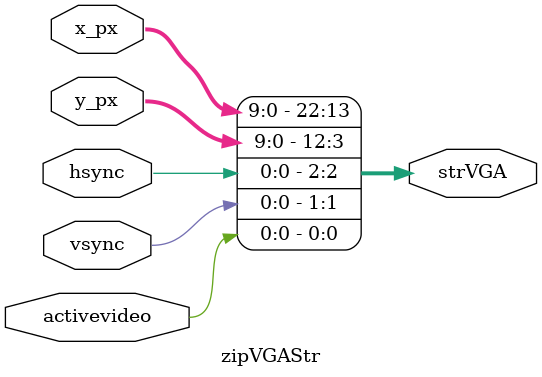
<source format=v>

 module zipVGAStr (
    input  wire         hsync,         // Horizontal sync out.
    input  wire         vsync,         // Vertical sync out.
    input  wire [9:0]   x_px,          // X screen position.
    input  wire [9:0]   y_px,          // Y screen position.
    input  wire         activevideo,   // Active video signal.
    output wire [22:0]  strVGA         // Output stream VGA.
);
    // Bit position alias.
    `define Active 0:0
    `define VS 1:1
    `define HS 2:2
    `define YC 12:3
    `define XC 22:13

    assign strVGA [`XC] = x_px;
    assign strVGA [`YC] = y_px;
    assign strVGA [`HS] = hsync;
    assign strVGA [`VS] = vsync;
    assign strVGA [`Active] = activevideo;

endmodule

</source>
